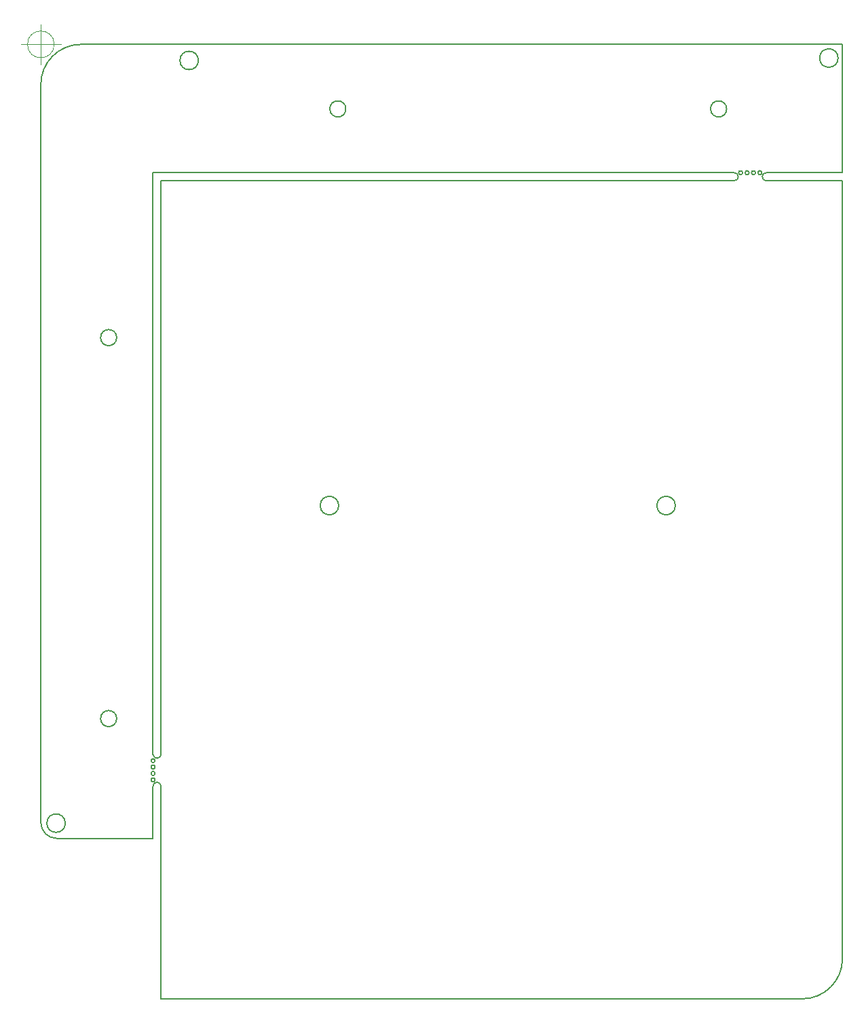
<source format=gbr>
G04 #@! TF.GenerationSoftware,KiCad,Pcbnew,(5.1.0)-1*
G04 #@! TF.CreationDate,2019-03-23T00:25:21+01:00*
G04 #@! TF.ProjectId,Schematic2,53636865-6d61-4746-9963-322e6b696361,rev?*
G04 #@! TF.SameCoordinates,Original*
G04 #@! TF.FileFunction,Profile,NP*
%FSLAX46Y46*%
G04 Gerber Fmt 4.6, Leading zero omitted, Abs format (unit mm)*
G04 Created by KiCad (PCBNEW (5.1.0)-1) date 2019-03-23 00:25:21*
%MOMM*%
%LPD*%
G04 APERTURE LIST*
%ADD10C,0.200000*%
%ADD11C,0.050000*%
G04 APERTURE END LIST*
D10*
X129970000Y-143970000D02*
G75*
G02X124970000Y-148970000I-5000000J0D01*
G01*
X44969999Y-148970000D02*
X124970000Y-148970000D01*
X129970000Y-143970000D02*
X129970000Y-123970000D01*
X44969999Y-148970000D02*
X44969999Y-128970000D01*
D11*
X31636666Y-29970000D02*
G75*
G03X31636666Y-29970000I-1666666J0D01*
G01*
X27470000Y-29970000D02*
X32470000Y-29970000D01*
X29970000Y-27470000D02*
X29970000Y-32470000D01*
D10*
X44969999Y-118470000D02*
G75*
G02X43969999Y-118470000I-500000J0D01*
G01*
X120469999Y-45970000D02*
X129970000Y-45970000D01*
X43970000Y-45970000D02*
X43969999Y-118470000D01*
X43969999Y-122470000D02*
G75*
G02X44969999Y-122470000I500000J0D01*
G01*
X116470000Y-45970000D02*
G75*
G02X116470000Y-46970000I0J-500000D01*
G01*
X43969999Y-122470000D02*
X43969999Y-128970000D01*
X44969999Y-122470000D02*
X44969999Y-128970000D01*
X43970000Y-45970000D02*
X116469999Y-45970000D01*
X44970000Y-46969999D02*
X116469999Y-46970000D01*
X120469999Y-46970000D02*
X129970000Y-46970000D01*
X120469999Y-46970000D02*
G75*
G02X120469999Y-45970000I0J500000D01*
G01*
X44970000Y-46969999D02*
X44969999Y-118470000D01*
X119919999Y-45969999D02*
G75*
G03X119919999Y-45969999I-250000J0D01*
G01*
X119119999Y-45969999D02*
G75*
G03X119119999Y-45969999I-250000J0D01*
G01*
X118319999Y-45969999D02*
G75*
G03X118319999Y-45969999I-250000J0D01*
G01*
X117519999Y-45970000D02*
G75*
G03X117519999Y-45970000I-250000J0D01*
G01*
X44219999Y-119270000D02*
G75*
G03X44219999Y-119270000I-250000J0D01*
G01*
X44219999Y-120070000D02*
G75*
G03X44219999Y-120070000I-250000J0D01*
G01*
X44219999Y-120870000D02*
G75*
G03X44219999Y-120870000I-250000J0D01*
G01*
X44219999Y-121670000D02*
G75*
G03X44219999Y-121670000I-250000J0D01*
G01*
X109119999Y-87469999D02*
G75*
G03X109119999Y-87469999I-1150000J0D01*
G01*
X129970000Y-45970000D02*
X129970000Y-29970000D01*
X129970000Y-29970000D02*
X34970000Y-29970000D01*
X31970000Y-128969999D02*
X43970000Y-128970000D01*
X31970000Y-128969999D02*
G75*
G02X29970000Y-126969999I0J2000000D01*
G01*
X29970000Y-34970000D02*
X29970000Y-126969999D01*
X29970000Y-34970000D02*
G75*
G02X34970000Y-29970000I5000000J0D01*
G01*
X129970000Y-123970000D02*
X129970000Y-46970000D01*
X67119999Y-87469999D02*
G75*
G03X67119999Y-87469999I-1150000J0D01*
G01*
X129420000Y-31669999D02*
G75*
G03X129420000Y-31669999I-1150000J0D01*
G01*
X49619999Y-31970000D02*
G75*
G03X49619999Y-31970000I-1150000J0D01*
G01*
X33020000Y-127069999D02*
G75*
G03X33020000Y-127069999I-1150000J0D01*
G01*
X39429024Y-114028001D02*
G75*
G03X39429024Y-114028001I-1000000J0D01*
G01*
X39429024Y-66528001D02*
G75*
G03X39429024Y-66528001I-1000000J0D01*
G01*
X115518001Y-38010976D02*
G75*
G03X115518001Y-38010976I-1000000J0D01*
G01*
X68018001Y-38010976D02*
G75*
G03X68018001Y-38010976I-1000000J0D01*
G01*
M02*

</source>
